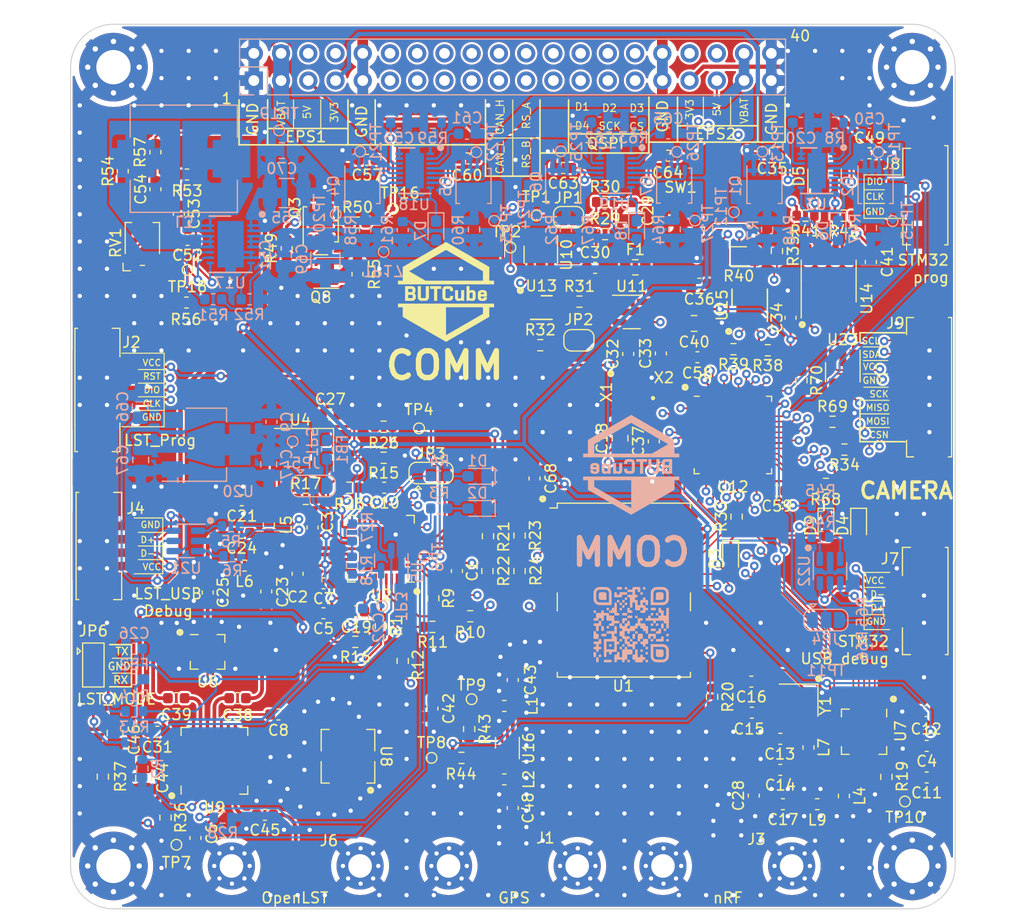
<source format=kicad_pcb>
(kicad_pcb (version 20211014) (generator pcbnew)

  (general
    (thickness 0.986)
  )

  (paper "A4")
  (layers
    (0 "F.Cu" power)
    (1 "In1.Cu" mixed)
    (2 "In2.Cu" mixed)
    (31 "B.Cu" power)
    (32 "B.Adhes" user "B.Adhesive")
    (33 "F.Adhes" user "F.Adhesive")
    (34 "B.Paste" user)
    (35 "F.Paste" user)
    (36 "B.SilkS" user "B.Silkscreen")
    (37 "F.SilkS" user "F.Silkscreen")
    (38 "B.Mask" user)
    (39 "F.Mask" user)
    (40 "Dwgs.User" user "User.Drawings")
    (41 "Cmts.User" user "User.Comments")
    (42 "Eco1.User" user "User.Eco1")
    (43 "Eco2.User" user "User.Eco2")
    (44 "Edge.Cuts" user)
    (45 "Margin" user)
    (46 "B.CrtYd" user "B.Courtyard")
    (47 "F.CrtYd" user "F.Courtyard")
    (48 "B.Fab" user)
    (49 "F.Fab" user)
    (50 "User.1" user)
    (51 "User.2" user)
    (52 "User.3" user)
    (53 "User.4" user)
    (54 "User.5" user)
    (55 "User.6" user)
    (56 "User.7" user)
    (57 "User.8" user)
    (58 "User.9" user)
  )

  (setup
    (stackup
      (layer "F.SilkS" (type "Top Silk Screen"))
      (layer "F.Paste" (type "Top Solder Paste"))
      (layer "F.Mask" (type "Top Solder Mask") (thickness 0.01))
      (layer "F.Cu" (type "copper") (thickness 0.018))
      (layer "dielectric 1" (type "core") (thickness 0.175) (material "FR4") (epsilon_r 4.5) (loss_tangent 0.02))
      (layer "In1.Cu" (type "copper") (thickness 0.035))
      (layer "dielectric 2" (type "prepreg") (thickness 0.51) (material "FR4") (epsilon_r 4.5) (loss_tangent 0.02))
      (layer "In2.Cu" (type "copper") (thickness 0.035))
      (layer "dielectric 3" (type "core") (thickness 0.175) (material "FR4") (epsilon_r 4.5) (loss_tangent 0.02))
      (layer "B.Cu" (type "copper") (thickness 0.018))
      (layer "B.Mask" (type "Bottom Solder Mask") (thickness 0.01))
      (layer "B.Paste" (type "Bottom Solder Paste"))
      (layer "B.SilkS" (type "Bottom Silk Screen"))
      (copper_finish "None")
      (dielectric_constraints no)
    )
    (pad_to_mask_clearance 0)
    (pcbplotparams
      (layerselection 0x00010fc_ffffffff)
      (disableapertmacros false)
      (usegerberextensions false)
      (usegerberattributes true)
      (usegerberadvancedattributes true)
      (creategerberjobfile true)
      (svguseinch false)
      (svgprecision 6)
      (excludeedgelayer true)
      (plotframeref false)
      (viasonmask false)
      (mode 1)
      (useauxorigin false)
      (hpglpennumber 1)
      (hpglpenspeed 20)
      (hpglpendiameter 15.000000)
      (dxfpolygonmode true)
      (dxfimperialunits true)
      (dxfusepcbnewfont true)
      (psnegative false)
      (psa4output false)
      (plotreference true)
      (plotvalue true)
      (plotinvisibletext false)
      (sketchpadsonfab false)
      (subtractmaskfromsilk false)
      (outputformat 1)
      (mirror false)
      (drillshape 1)
      (scaleselection 1)
      (outputdirectory "")
    )
  )

  (net 0 "")
  (net 1 "Net-(C1-Pad1)")
  (net 2 "GND")
  (net 3 "+3V3")
  (net 4 "/OpenLST (Beacon)/PA_VAPC")
  (net 5 "+3V8")
  (net 6 "/OpenLST (Beacon)/VDD_USB_LST")
  (net 7 "Net-(C12-Pad1)")
  (net 8 "Net-(C13-Pad2)")
  (net 9 "Net-(C15-Pad1)")
  (net 10 "Net-(C16-Pad1)")
  (net 11 "Net-(C17-Pad1)")
  (net 12 "Net-(C17-Pad2)")
  (net 13 "/MCU/MCU_POWER")
  (net 14 "Net-(C19-Pad1)")
  (net 15 "/3V3 power share/VCC_EN")
  (net 16 "Net-(C21-Pad2)")
  (net 17 "Net-(C22-Pad1)")
  (net 18 "Net-(C23-Pad2)")
  (net 19 "Net-(C24-Pad1)")
  (net 20 "Net-(C24-Pad2)")
  (net 21 "Net-(C25-Pad2)")
  (net 22 "Net-(C26-Pad1)")
  (net 23 "Net-(C29-Pad1)")
  (net 24 "/3V3 power share/EPS#1")
  (net 25 "Net-(C35-Pad2)")
  (net 26 "Net-(C38-Pad1)")
  (net 27 "Net-(C38-Pad2)")
  (net 28 "Net-(C39-Pad1)")
  (net 29 "Net-(C39-Pad2)")
  (net 30 "/MCU/VREF")
  (net 31 "Net-(C42-Pad1)")
  (net 32 "Net-(C43-Pad1)")
  (net 33 "Net-(C43-Pad2)")
  (net 34 "Net-(C45-Pad1)")
  (net 35 "Net-(C45-Pad2)")
  (net 36 "Net-(C48-Pad1)")
  (net 37 "Net-(C48-Pad2)")
  (net 38 "Net-(C49-Pad1)")
  (net 39 "/3V3 power share/EPS#2")
  (net 40 "Net-(C50-Pad1)")
  (net 41 "VIN")
  (net 42 "Net-(C52-Pad1)")
  (net 43 "Net-(C52-Pad2)")
  (net 44 "Net-(C53-Pad1)")
  (net 45 "Net-(C54-Pad1)")
  (net 46 "/Power Convertor/VBAT1/VCC_EN")
  (net 47 "/Power Convertor/EPS#1_VBAT")
  (net 48 "Net-(C57-Pad2)")
  (net 49 "Net-(C60-Pad1)")
  (net 50 "/Power Convertor/EPS#2_VBAT")
  (net 51 "Net-(C61-Pad1)")
  (net 52 "/5V power share/VCC_EN")
  (net 53 "/5V power share/EPS#1")
  (net 54 "Net-(C63-Pad2)")
  (net 55 "Net-(C64-Pad1)")
  (net 56 "/5V power share/EPS#2")
  (net 57 "Net-(C65-Pad1)")
  (net 58 "/OpenLST (Beacon)/USB_POWER_LST")
  (net 59 "Net-(D1-Pad2)")
  (net 60 "Net-(D2-Pad2)")
  (net 61 "Net-(D3-Pad1)")
  (net 62 "Net-(D4-Pad1)")
  (net 63 "/MCU/CAN_L")
  (net 64 "/MCU/CAN_H")
  (net 65 "Net-(D6-Pad1)")
  (net 66 "Net-(D6-Pad2)")
  (net 67 "Net-(D7-Pad1)")
  (net 68 "Net-(D7-Pad2)")
  (net 69 "Net-(D8-Pad1)")
  (net 70 "Net-(D8-Pad2)")
  (net 71 "Net-(D9-Pad1)")
  (net 72 "Net-(F1-Pad2)")
  (net 73 "Net-(FB1-Pad1)")
  (net 74 "/OpenLST (Beacon)/PROG_DD")
  (net 75 "/OpenLST (Beacon)/PROG_DC")
  (net 76 "/OpenLST (Beacon)/~{LST_RESET}")
  (net 77 "/MCU/USB_POWER")
  (net 78 "/MCU/SWCLK")
  (net 79 "/MCU/SWDIO")
  (net 80 "/MCU/QSPI_D1{slash}CAM_CSN")
  (net 81 "/MCU/QSPI_D2{slash}CAM_MOSI")
  (net 82 "/MCU/QSPI_D3{slash}CAM_MISO")
  (net 83 "/MCU/CAM_SCK")
  (net 84 "+5V")
  (net 85 "/I2C_SDA")
  (net 86 "/I2C_SCL")
  (net 87 "unconnected-(J12-Pad6)")
  (net 88 "unconnected-(J12-Pad8)")
  (net 89 "unconnected-(J12-Pad11)")
  (net 90 "unconnected-(J12-Pad12)")
  (net 91 "unconnected-(J12-Pad13)")
  (net 92 "unconnected-(J12-Pad14)")
  (net 93 "unconnected-(J12-Pad15)")
  (net 94 "unconnected-(J12-Pad16)")
  (net 95 "unconnected-(J12-Pad17)")
  (net 96 "unconnected-(J12-Pad18)")
  (net 97 "/MCU/RS_485_~{B}")
  (net 98 "/MCU/RS_485_A")
  (net 99 "unconnected-(J12-Pad23)")
  (net 100 "unconnected-(J12-Pad24)")
  (net 101 "/MCU/QSPI_D0")
  (net 102 "/MCU/QSPI_SCK")
  (net 103 "/MCU/QSPI_NCS")
  (net 104 "unconnected-(J12-Pad34)")
  (net 105 "unconnected-(J12-Pad36)")
  (net 106 "Net-(JP1-Pad1)")
  (net 107 "/MCU/NRST")
  (net 108 "Net-(JP2-Pad1)")
  (net 109 "Net-(JP2-Pad2)")
  (net 110 "/OpenLST (Beacon)/RF_EN")
  (net 111 "/OpenLST (Beacon)/RF_EN_MCU")
  (net 112 "/OpenLST (Beacon)/RF_PWR_EN")
  (net 113 "Net-(JP4-Pad3)")
  (net 114 "/MCU/VDD_USB")
  (net 115 "Net-(L3-Pad1)")
  (net 116 "Net-(L3-Pad2)")
  (net 117 "Net-(L4-Pad1)")
  (net 118 "Net-(L4-Pad2)")
  (net 119 "Net-(Q1-Pad5)")
  (net 120 "Net-(Q1-Pad4)")
  (net 121 "Net-(Q2-Pad4)")
  (net 122 "Net-(Q2-Pad5)")
  (net 123 "Net-(Q3-Pad4)")
  (net 124 "Net-(Q3-Pad5)")
  (net 125 "Net-(Q4-Pad5)")
  (net 126 "Net-(Q4-Pad4)")
  (net 127 "Net-(Q5-Pad4)")
  (net 128 "Net-(Q5-Pad5)")
  (net 129 "Net-(Q6-Pad5)")
  (net 130 "Net-(Q6-Pad4)")
  (net 131 "Net-(Q7-Pad4)")
  (net 132 "Net-(Q7-Pad5)")
  (net 133 "/OpenLST (Beacon)/~{LST_RX_MODE}")
  (net 134 "/OpenLST (Beacon)/LST_TX_MODE")
  (net 135 "Net-(R3-Pad2)")
  (net 136 "Net-(R4-Pad2)")
  (net 137 "Net-(R5-Pad1)")
  (net 138 "/OpenLST (Beacon)/USB_N")
  (net 139 "/OpenLST (Beacon)/USB_P")
  (net 140 "Net-(R6-Pad2)")
  (net 141 "Net-(R8-Pad2)")
  (net 142 "Net-(R9-Pad1)")
  (net 143 "/OpenLST (Beacon)/UART0_CTS")
  (net 144 "Net-(R10-Pad1)")
  (net 145 "/OpenLST (Beacon)/UART0_RTS")
  (net 146 "Net-(R11-Pad1)")
  (net 147 "/OpenLST (Beacon)/UART0_RX")
  (net 148 "Net-(R12-Pad1)")
  (net 149 "/OpenLST (Beacon)/UART0_TX")
  (net 150 "Net-(R15-Pad2)")
  (net 151 "Net-(R16-Pad2)")
  (net 152 "Net-(R17-Pad1)")
  (net 153 "Net-(R17-Pad2)")
  (net 154 "Net-(R19-Pad2)")
  (net 155 "/OpenLST (Beacon)/AN0")
  (net 156 "/OpenLST (Beacon)/AN1")
  (net 157 "Net-(R25-Pad2)")
  (net 158 "/OpenLST (Beacon)/RF_BYP")
  (net 159 "Net-(R32-Pad1)")
  (net 160 "/MCU/LED2")
  (net 161 "/MCU/CAN_RS")
  (net 162 "/MCU/RS_485_R_EN")
  (net 163 "/MCU/RS_485_T_EN")
  (net 164 "Net-(R43-Pad2)")
  (net 165 "Net-(R44-Pad1)")
  (net 166 "Net-(R44-Pad2)")
  (net 167 "Net-(R45-Pad1)")
  (net 168 "/MCU/USB_N")
  (net 169 "/MCU/USB_P")
  (net 170 "Net-(R46-Pad2)")
  (net 171 "Net-(R51-Pad2)")
  (net 172 "Net-(R52-Pad1)")
  (net 173 "Net-(R54-Pad2)")
  (net 174 "Net-(R59-Pad2)")
  (net 175 "Net-(R63-Pad2)")
  (net 176 "unconnected-(U1-Pad1)")
  (net 177 "unconnected-(U1-Pad3)")
  (net 178 "/GPS Module/IRQ")
  (net 179 "unconnected-(U1-Pad5)")
  (net 180 "unconnected-(U1-Pad6)")
  (net 181 "/GPS Module/RESET")
  (net 182 "unconnected-(U1-Pad15)")
  (net 183 "unconnected-(U1-Pad16)")
  (net 184 "unconnected-(U1-Pad17)")
  (net 185 "/GPS Module/TXD")
  (net 186 "/GPS Module/RXD")
  (net 187 "unconnected-(U2-Pad8)")
  (net 188 "unconnected-(U2-Pad18)")
  (net 189 "unconnected-(U2-Pad20)")
  (net 190 "/MCU/NRF_CE")
  (net 191 "/MCU/NRF_SPI_CSN")
  (net 192 "/MCU/NRF_SPI_SCK")
  (net 193 "/MCU/NRF_SPI_MOSI")
  (net 194 "/MCU/NRF_SPI_MISO")
  (net 195 "/MCU/NRF_IRQ")
  (net 196 "Net-(U8-Pad2)")
  (net 197 "Net-(U8-Pad6)")
  (net 198 "unconnected-(U9-Pad14)")
  (net 199 "unconnected-(U9-Pad16)")
  (net 200 "unconnected-(U9-Pad25)")
  (net 201 "unconnected-(U10-Pad3)")
  (net 202 "/MCU/WDG_RESET")
  (net 203 "unconnected-(U11-Pad3)")
  (net 204 "unconnected-(U12-Pad1)")
  (net 205 "/MCU/LSE")
  (net 206 "/MCU/HSE")
  (net 207 "/MCU/CAN_RX")
  (net 208 "/MCU/CAN_TX")
  (net 209 "unconnected-(U13-Pad3)")
  (net 210 "/MCU/RS_485_R")
  (net 211 "/MCU/RS_485_T")
  (net 212 "unconnected-(U15-Pad7)")
  (net 213 "Net-(JP6-Pad3)")
  (net 214 "/camera/CAM_VCC")
  (net 215 "Net-(R70-Pad1)")
  (net 216 "Net-(J4-Pad2)")
  (net 217 "Net-(J4-Pad3)")
  (net 218 "Net-(J7-Pad2)")
  (net 219 "Net-(J7-Pad3)")
  (net 220 "Net-(JP6-Pad1)")
  (net 221 "unconnected-(X1-Pad1)")

  (footprint "Capacitor_SMD:C_0805_2012Metric_Pad1.18x1.45mm_HandSolder" (layer "F.Cu") (at 143.1544 71.9044))

  (footprint "TCY_Buttons:KMT031NGJLHS" (layer "F.Cu") (at 141.8844 61.5881))

  (footprint "Resistor_SMD:R_0603_1608Metric" (layer "F.Cu") (at 93.853 117.983 90))

  (footprint "Resistor_SMD:R_0603_1608Metric" (layer "F.Cu") (at 157.099 61.849 180))

  (footprint "Package_DFN_QFN:QFN-20-1EP_4x4mm_P0.5mm_EP2.5x2.5mm" (layer "F.Cu") (at 159.004 109.982 -90))

  (footprint "MountingHole:MountingHole_3.2mm_M3_Pad_Via" (layer "F.Cu") (at 163.5 122.5))

  (footprint "Resistor_SMD:R_0603_1608Metric" (layer "F.Cu") (at 123.9266 91.7448 90))

  (footprint "Capacitor_SMD:C_0603_1608Metric" (layer "F.Cu") (at 94.8583 106.8505))

  (footprint "Resistor_SMD:R_1206_3216Metric" (layer "F.Cu") (at 147.32 65.659 180))

  (footprint "Inductor_SMD:L_0603_1608Metric" (layer "F.Cu") (at 103.492 90.678 -90))

  (footprint "Resistor_SMD:R_0603_1608Metric" (layer "F.Cu") (at 121.4628 112.4204))

  (footprint "MountingHole:MountingHole_3.2mm_M3_Pad_Via" (layer "F.Cu") (at 89 48))

  (footprint "Capacitor_SMD:C_0603_1608Metric" (layer "F.Cu") (at 100.965 88.392))

  (footprint "TCY_Connector:Amphenol 10114830-10104LF 1x04 Horizontal" (layer "F.Cu") (at 88.265 92.6592 -90))

  (footprint "Capacitor_SMD:C_0603_1608Metric" (layer "F.Cu") (at 128.27 86.36 90))

  (footprint "Capacitor_SMD:C_0603_1608Metric" (layer "F.Cu") (at 152.146 71.374 90))

  (footprint "Resistor_SMD:R_0603_1608Metric" (layer "F.Cu") (at 153.162 77.216 -90))

  (footprint "Capacitor_SMD:C_0603_1608Metric" (layer "F.Cu") (at 114.2492 87.2236 180))

  (footprint "Inductor_SMD:L_0603_1608Metric" (layer "F.Cu") (at 125.45 114.427 180))

  (footprint "RF_GPS:ublox_NEO" (layer "F.Cu") (at 136.6012 96.774))

  (footprint "Package_TO_SOT_SMD:SOT-23-6_Handsoldering" (layer "F.Cu") (at 157.0228 76.454 -90))

  (footprint "Capacitor_SMD:C_0603_1608Metric" (layer "F.Cu") (at 108.585 96.139 180))

  (footprint "Inductor_SMD:L_0603_1608Metric" (layer "F.Cu") (at 105.156 64.897 90))

  (footprint "Resistor_SMD:R_0603_1608Metric" (layer "F.Cu") (at 161.0868 114.1984 90))

  (footprint "Jumper:SolderJumper-2_P1.3mm_Open_RoundedPad1.0x1.5mm" (layer "F.Cu") (at 132.4108 73.4753 180))

  (footprint "Capacitor_SMD:C_0603_1608Metric" (layer "F.Cu") (at 118.745 107.823 -90))

  (footprint "Jumper:SolderJumper-2_P1.3mm_Open_RoundedPad1.0x1.5mm" (layer "F.Cu") (at 131.4456 61.9945))

  (footprint "Inductor_SMD:L_0603_1608Metric" (layer "F.Cu") (at 95.8596 58.0136))

  (footprint "Capacitor_SMD:C_0603_1608Metric" (layer "F.Cu") (at 133.9218 66.7189))

  (footprint "Capacitor_SMD:C_0603_1608Metric" (layer "F.Cu") (at 126.24 105.156 -90))

  (footprint "Capacitor_SMD:C_0603_1608Metric" (layer "F.Cu") (at 151.1938 113.538))

  (footprint "MountingHole:MountingHole_3.2mm_M3_Pad_Via" (layer "F.Cu") (at 163.5 48))

  (footprint "Resistor_SMD:R_0603_1608Metric" (layer "F.Cu") (at 111.5568 101.6 180))

  (footprint "Resistor_SMD:R_0603_1608Metric" (layer "F.Cu") (at 118.8212 97.536 -90))

  (footprint "Resistor_SMD:R_0603_1608Metric" (layer "F.Cu") (at 134.8492 60.5721))

  (footprint "Resistor_SMD:R_0603_1608Metric" (layer "F.Cu") (at 157.1752 83.6676 180))

  (footprint "Capacitor_SMD:C_0603_1608Metric" (layer "F.Cu") (at 122.0216 56.515))

  (footprint "TCY_Connector:TestPoint_Pad_D0.5mm" (layer "F.Cu") (at 122.4026 106.947))

  (footprint "Resistor_SMD:R_0603_1608Metric" (layer "F.Cu") (at 126.873 94.996 90))

  (footprint "Resistor_SMD:R_0603_1608Metric" (layer "F.Cu") (at 115.9764 103.378 -90))

  (footprint "Capacitor_SMD:C_0603_1608Metric" (layer "F.Cu") (at 139.3952 82.9056 90))

  (footprint "Resistor_SMD:R_0603_1608Metric" (layer "F.Cu") (at 110.998 87.2236))

  (footprint "Resistor_SMD:R_0603_1608Metric" (layer "F.Cu") (at 113.9444 100.1268 90))

  (footprint "footprints:iPEX" (layer "F.Cu") (at 146.25 122.5 180))

  (footprint "Capacitor_SMD:C_0603_1608Metric" (layer "F.Cu") (at 148.717 115.938 90))

  (footprint "Capacitor_SMD:C_0603_1608Metric" (layer "F.Cu") (at 164.846 114.2492 180))

  (footprint "Capacitor_SMD:C_0603_1608Metric" (layer "F.Cu") (at 112.649 56.642))

  (footprint "Inductor_SMD:L_0603_1608Metric" (layer "F.Cu") (at 153.8224 111.4552 -90))

  (footprint "Capacitor_SMD:C_0603_1608Metric" (layer "F.Cu") (at 137.414 61.3849 -90))

  (footprint "Capacitor_SMD:C_0603_1608Metric" (layer "F.Cu") (at 159.517223 56.0263))

  (footprint "Resistor_SMD:R_0603_1608Metric" (layer "F.Cu") (at 144.8308 106.7308 90))

  (footprint "Resistor_SMD:R_0603_1608Metric" (layer "F.Cu") (at 123.8758 94.996 90))

  (footprint "footprints:iPEX" (layer "F.Cu") (at 106 122.5 180))

  (footprint "Capacitor_SMD:C_0603_1608Metric" (layer "F.Cu") (at 100.952 91.44 180))

  (footprint "TCY_Connector:TestPoint_Pad_D0.5mm" (layer "F.Cu") (at 117.5004 81.6864))

  (footprint "Package_DFN_QFN:DFN-10-1EP_3x3mm_P0.5mm_EP1.55x2.48mm" (layer "F.Cu")
    (tedit 5EA4BECA) (tstamp 64263d5c-9427-4c92-a73a-afe8e63e20fb)
    (at 148.336 70.2056 90)
    (descr "10-Lead Plastic Dual Flat, No Lead Package (MF) - 3x3x0.9 mm Body [DFN] (see Microchip Packaging Specification 00000049BS.pdf)")
    (tags "DFN 0.5")
    (property "Sheetfile" "mcu_comm.kicad_sch")
    (property "Sheetname" "MCU")
    (path "/81a5172c-b171-400d-8856-41d6e486bdd1/a66e8b44-b972-4f7b-ba80-f64e58de1944")
    (attr smd)
    (fp_text reference "U15" (at 0 -2.575 90) (layer "F.SilkS")
      (effects (font (size 1 1) (thickness 0.15)))
      (tstamp af58d6aa-33e4-4da2-8ea3-2304125e31c0)
    )
    (fp_text value "MAX13430ETB+" (at 0 2.575 90) (layer "F.Fab")
      (effects (font (size 1 1) (thickness 0.15)))
      (tstamp 94937ca0-c1d9-424d-88cf-010fb503f8a5)
    )
    (fp_text user "${REFERENCE}" (at 0 0 90) (layer "F.Fab")
      (effects (font (size 0.7 0.7) (thickness 0.105)))
      (tstamp 67a55320-79e2-4952-9d6a-671cbdcfc9f7)
    )
    (fp_line (start -1.5 1.65) (end 1.5 1.65) (layer "F.SilkS") (width 0.15) (tstamp 47b3834c-8a87-4af3-9143-c88b9cd89304))
    (fp_line (start 0 -1.65) (end 1.5 -1.65) (layer "F.SilkS") (width 0.15) (tstamp adc74667-5dec-4b95-9d35-ffc7db9ad260))
    (fp_line (start -2.15 -1.85) (end -2.15 1.85) (layer "F.CrtYd") (width 0.05) (tstamp 20c401b1-c1bb-42cd-8ef2-fd89663a6cf3))
    (fp_line (start -2.15 1.85) (end 2.15 1.85) (layer "F.CrtYd") (width 0.05) (tstamp a7098063-91db-4dae-8c97-631051e8de0e))
    (fp_line (start 2.15 -1.85) (end 2.15 1.85) (layer "F.CrtYd") (width 0.05) (tstamp d1594cc0-0357-4de5-8d76-bb3a044297b2))
    (fp_line (start -2.15 -1.85) (end 2.15 -1.85) (layer "F.CrtYd") (width 0.05) (tstamp d500cfb3-be5f-4c90-8432-d0e5e29eda2a))
    (fp_line (start -1.5 -0.5) (end -0.5 -1.5) (layer "F.Fab") (width 0.15) (tstamp 4013842c-f594-4f18-a07a-785be971cdaf))
    (fp_line (start -1.5 1.5) (end -1.5 -0.5) (layer "F.Fab") (width 0.15) (tstamp 68cc97a1-6c76-411f-a28b-36162918d55d))
    (fp_line (start 1.5 1.5) (end -1.5 1.5) (layer "F.Fab") (width 0.15) (tstamp 6a2b63d3-b52c-4af8-b72e-63fe811d3d24))
    (fp_line (start 1.5 -1.5) (end 1.5 1.5) (layer "F.Fab") (width 0.15) (tstamp b6b0b082-3ad5-486d-9247-7e4db31838ef))
    (fp_line (start -0.5 -1.5) (end 1.5 -1.5) (layer "F.Fab") (width 0.15) (tstamp c40a33aa-f777-4109-9efd-12123c039897))
    (pad "" smd rect locked (at 0.3875 0.62 90) (size 0.6 1.05) (layers "F.Paste") (tstamp 13432df8-5be2-422d-b431-13bedccbff4d))
    (pad "" smd rect locked (at -0.3875 -0.62 90) (size 0.6 1.05) (layers "F.Paste") (tstamp 4be9d67c-a6f3-435e-8133-0f53bd74a878))
    (pad "" smd rect locked (at -0.3875 0.62 90) (size 0.6 1.05) (layers "F.Paste") (tstamp 5d69c
... [4125353 chars truncated]
</source>
